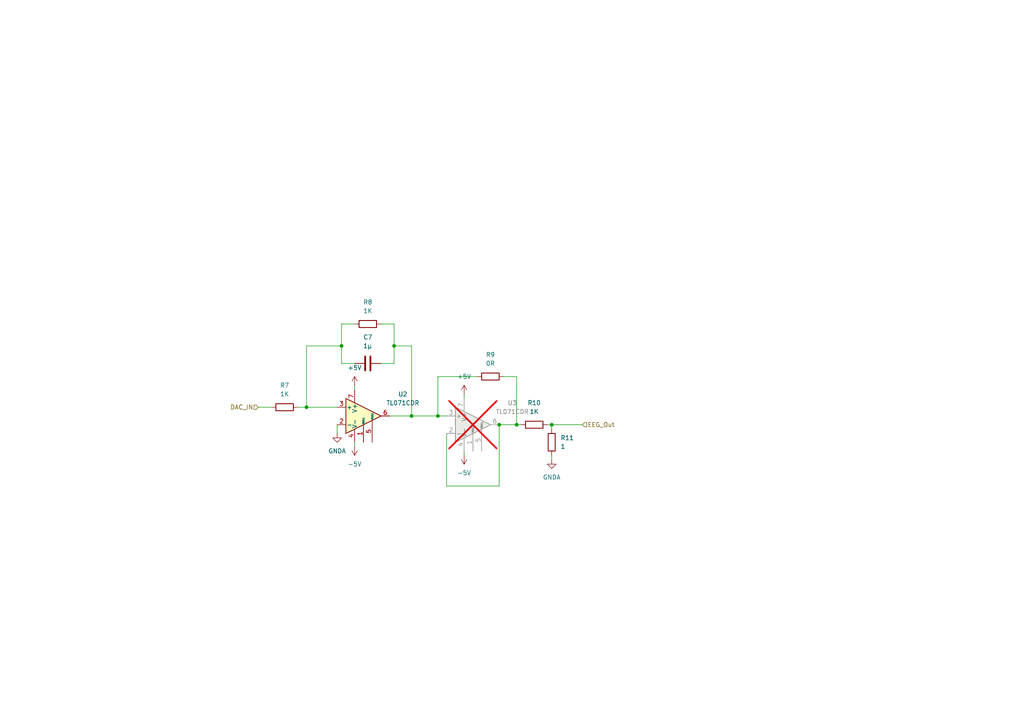
<source format=kicad_sch>
(kicad_sch (version 20231120) (generator "eeschema") (generator_version "8.0")
  (paper "A4")
  (lib_symbols
    (symbol "Amplifier_Operational:TL071" (pin_names (offset 0.127))
      (property "Reference" "U" (at 0 6.35 0))
      (property "Value" "TL071" (at 0 3.81 0))
      (symbol "TL071_0_1"
        (polyline (pts (xy -5.08 5.08) (xy 5.08 0) (xy -5.08 -5.08) (xy -5.08 5.08)) (stroke (width 0.254)) (fill (type background)))
      )
      (symbol "TL071_1_1"
        (pin input line (at 0 -7.62 90) (length 5.08) (name "NULL") (number "1"))
        (pin input line (at -7.62 -2.54 0) (length 2.54) (name "-") (number "2"))
        (pin input line (at -7.62 2.54 0) (length 2.54) (name "+") (number "3"))
        (pin power_in line (at -2.54 -7.62 90) (length 3.81) (name "V-") (number "4"))
        (pin input line (at 2.54 -7.62 90) (length 6.35) (name "NULL") (number "5"))
        (pin output line (at 7.62 0 180) (length 2.54) (name "~") (number "6"))
        (pin power_in line (at -2.54 7.62 270) (length 3.81) (name "V+") (number "7"))
        (pin no_connect line (at 0 2.54 270) (length 2.54) hide (name "NC") (number "8"))
      )
    )
    (symbol "Device:C" (pin_numbers hide) (pin_names (offset 0.254))
      (property "Reference" "C" (at 0.635 2.54 0))
      (property "Value" "C" (at 0.635 -2.54 0))
      (symbol "C_0_1"
        (polyline (pts (xy -2.032 -0.762) (xy 2.032 -0.762)) (stroke (width 0.508)))
        (polyline (pts (xy -2.032 0.762) (xy 2.032 0.762)) (stroke (width 0.508)))
      )
      (symbol "C_1_1"
        (pin passive line (at 0 3.81 270) (length 2.794) (name "~") (number "1"))
        (pin passive line (at 0 -3.81 90) (length 2.794) (name "~") (number "2"))
      )
    )
    (symbol "Device:R" (pin_numbers hide) (pin_names (offset 0))
      (property "Reference" "R" (at 2.032 0 90))
      (property "Value" "R" (at 0 0 90))
      (symbol "R_0_1"
        (rectangle (start -1.016 -2.54) (end 1.016 2.54) (stroke (width 0.254)))
      )
      (symbol "R_1_1"
        (pin passive line (at 0 3.81 270) (length 1.27) (name "~") (number "1"))
        (pin passive line (at 0 -3.81 90) (length 1.27) (name "~") (number "2"))
      )
    )
    (symbol "power:+5V" (power) (pin_numbers hide) (pin_names (offset 0) hide)
      (property "Value" "+5V" (at 0 3.556 0))
      (symbol "+5V_0_1"
        (polyline (pts (xy -0.762 1.27) (xy 0 2.54)))
        (polyline (pts (xy 0 0) (xy 0 2.54)))
        (polyline (pts (xy 0 2.54) (xy 0.762 1.27)))
      )
      (symbol "+5V_1_1"
        (pin power_in line (at 0 0 90) (length 0) (name "~") (number "1"))
      )
    )
    (symbol "power:GNDA" (power) (pin_numbers hide) (pin_names (offset 0) hide)
      (property "Value" "GNDA" (at 0 -3.81 0))
      (symbol "GNDA_0_1"
        (polyline (pts (xy 0 0) (xy 0 -1.27) (xy 1.27 -1.27) (xy 0 -2.54) (xy -1.27 -1.27) (xy 0 -1.27)))
      )
      (symbol "GNDA_1_1"
        (pin power_in line (at 0 0 270) (length 0) (name "~") (number "1"))
      )
    )
  )
  (junction (at 149.86 123.19))
  (junction (at 127 120.65))
  (junction (at 114.3 100.33))
  (junction (at 99.06 100.33))
  (junction (at 119.38 120.65))
  (junction (at 144.78 123.19))
  (junction (at 160.02 123.19))
  (junction (at 88.9 118.11))
  (wire (pts (xy 113.03 120.65) (xy 119.38 120.65)))
  (wire (pts (xy 99.06 93.98) (xy 102.87 93.98)))
  (wire (pts (xy 86.36 118.11) (xy 88.9 118.11)))
  (wire (pts (xy 160.02 132.08) (xy 160.02 133.35)))
  (wire (pts (xy 88.9 100.33) (xy 99.06 100.33)))
  (wire (pts (xy 134.62 114.3) (xy 134.62 115.57)))
  (wire (pts (xy 88.9 118.11) (xy 97.79 118.11)))
  (wire (pts (xy 102.87 129.54) (xy 102.87 128.27)))
  (wire (pts (xy 129.54 140.97) (xy 144.78 140.97)))
  (wire (pts (xy 99.06 100.33) (xy 99.06 105.41)))
  (wire (pts (xy 88.9 100.33) (xy 88.9 118.11)))
  (wire (pts (xy 97.79 125.73) (xy 97.79 123.19)))
  (wire (pts (xy 160.02 123.19) (xy 160.02 124.46)))
  (wire (pts (xy 119.38 120.65) (xy 119.38 100.33)))
  (wire (pts (xy 151.13 123.19) (xy 149.86 123.19)))
  (wire (pts (xy 144.78 140.97) (xy 144.78 123.19)))
  (wire (pts (xy 160.02 123.19) (xy 168.91 123.19)))
  (wire (pts (xy 74.93 118.11) (xy 78.74 118.11)))
  (wire (pts (xy 134.62 132.08) (xy 134.62 130.81)))
  (wire (pts (xy 99.06 105.41) (xy 102.87 105.41)))
  (wire (pts (xy 158.75 123.19) (xy 160.02 123.19)))
  (wire (pts (xy 149.86 123.19) (xy 144.78 123.19)))
  (wire (pts (xy 119.38 100.33) (xy 114.3 100.33)))
  (wire (pts (xy 114.3 100.33) (xy 114.3 105.41)))
  (wire (pts (xy 119.38 120.65) (xy 127 120.65)))
  (wire (pts (xy 102.87 111.76) (xy 102.87 113.03)))
  (wire (pts (xy 138.43 109.22) (xy 127 109.22)))
  (wire (pts (xy 110.49 93.98) (xy 114.3 93.98)))
  (wire (pts (xy 149.86 109.22) (xy 149.86 123.19)))
  (wire (pts (xy 114.3 93.98) (xy 114.3 100.33)))
  (wire (pts (xy 146.05 109.22) (xy 149.86 109.22)))
  (wire (pts (xy 99.06 93.98) (xy 99.06 100.33)))
  (wire (pts (xy 127 120.65) (xy 129.54 120.65)))
  (wire (pts (xy 129.54 125.73) (xy 129.54 140.97)))
  (wire (pts (xy 114.3 105.41) (xy 110.49 105.41)))
  (wire (pts (xy 127 109.22) (xy 127 120.65)))
  (hierarchical_label "EEG_Out" (shape input) (at 168.91 123.19 0))
  (hierarchical_label "DAC_IN" (shape input) (at 74.93 118.11 180))
  (symbol (lib_id "Device:C") (at 106.68 105.41 270) (unit 1)
    (property "Reference" "C7" (at 106.68 97.79 90))
    (property "Value" "1µ" (at 106.68 100.33 90))
    (property "Footprint" "Capacitor_SMD:C_0805_2012Metric_Pad1.18x1.45mm_HandSolder" (effects (hide yes)))
    (property "Description" "Unpolarized capacitor" (effects (hide yes)))
    (instances (project "EEG-Simulator-Platine" (path "" (reference "C7") (unit 1)) (path "" (reference "C8") (unit 1)) (path "" (reference "C9") (unit 1)) (path "" (reference "C10") (unit 1))))
  )
  (symbol (lib_id "power:GNDA") (at 97.79 125.73 0) (unit 1)
    (property "Reference" "#PWR030" (effects (hide yes)))
    (property "Value" "GNDA" (at 97.79 130.81 0))
    (property "Description" "Power symbol creates a global label with name \"GNDA\" , analog ground" (effects (hide yes)))
    (instances (project "EEG-Simulator-Platine" (path "" (reference "#PWR030") (unit 1)) (path "" (reference "#PWR032") (unit 1)) (path "" (reference "#PWR034") (unit 1)) (path "" (reference "#PWR036") (unit 1))))
  )
  (symbol (lib_id "Device:R") (at 154.94 123.19 90) (unit 1)
    (property "Reference" "R10" (at 154.94 116.84 90))
    (property "Value" "1K" (at 154.94 119.38 90))
    (property "Footprint" "Resistor_SMD:R_0805_2012Metric_Pad1.20x1.40mm_HandSolder" (effects (hide yes)))
    (property "Description" "Resistor" (effects (hide yes)))
    (instances (project "EEG-Simulator-Platine" (path "" (reference "R10") (unit 1)) (path "" (reference "R15") (unit 1)) (path "" (reference "R20") (unit 1)) (path "" (reference "R25") (unit 1))))
  )
  (symbol (lib_id "Device:R") (at 142.24 109.22 90) (unit 1)
    (property "Reference" "R9" (at 142.24 102.87 90))
    (property "Value" "0R" (at 142.24 105.41 90))
    (property "Footprint" "Resistor_SMD:R_0805_2012Metric_Pad1.20x1.40mm_HandSolder" (effects (hide yes)))
    (property "Description" "Resistor" (effects (hide yes)))
    (instances (project "EEG-Simulator-Platine" (path "" (reference "R9") (unit 1)) (path "" (reference "R14") (unit 1)) (path "" (reference "R19") (unit 1)) (path "" (reference "R24") (unit 1))))
  )
  (symbol (lib_id "power:GNDA") (at 160.02 133.35 0) (unit 1)
    (property "Reference" "#PWR031" (effects (hide yes)))
    (property "Value" "GNDA" (at 160.02 138.43 0))
    (property "Description" "Power symbol creates a global label with name \"GNDA\" , analog ground" (effects (hide yes)))
    (instances (project "EEG-Simulator-Platine" (path "" (reference "#PWR031") (unit 1)) (path "" (reference "#PWR033") (unit 1)) (path "" (reference "#PWR035") (unit 1)) (path "" (reference "#PWR037") (unit 1))))
  )
  (symbol (lib_id "power:+5V") (at 102.87 111.76 0) (unit 1)
    (property "Reference" "#PWR057" (effects (hide yes)))
    (property "Value" "+5V" (at 102.87 106.68 0))
    (property "Description" "Power symbol creates a global label with name \"+5V\"" (effects (hide yes)))
    (instances (project "EEG-Simulator-Platine" (path "" (reference "#PWR057") (unit 1)) (path "" (reference "#PWR059") (unit 1)) (path "" (reference "#PWR061") (unit 1)) (path "" (reference "#PWR063") (unit 1))))
  )
  (symbol (lib_id "Amplifier_Operational:TL071") (at 105.41 120.65 0) (unit 1)
    (property "Reference" "U2" (at 116.84 114.3314 0))
    (property "Value" "TL071CDR" (at 116.84 116.8714 0))
    (property "Footprint" "SOIC:SOIC-8_4_5.3_combo_P1.27mm" (effects (hide yes)))
    (property "Datasheet" "http://www.ti.com/lit/ds/symlink/tl071.pdf" (effects (hide yes)))
    (property "Description" "Single Low-Noise JFET-Input Operational Amplifiers, DIP-8/SOIC-8" (effects (hide yes)))
    (instances (project "" (path "" (reference "U2") (unit 1)) (path "" (reference "U4") (unit 1)) (path "" (reference "U6") (unit 1)) (path "" (reference "U8") (unit 1))))
  )
  (symbol (lib_id "Amplifier_Operational:TL071") (at 137.16 123.19 0) (unit 1) (dnp yes)
    (property "Reference" "U3" (at 148.59 116.8714 0))
    (property "Value" "TL071CDR" (at 148.59 119.4114 0))
    (property "Footprint" "SOIC:SOIC-8_4_5.3_combo_P1.27mm" (effects (hide yes)))
    (property "Datasheet" "http://www.ti.com/lit/ds/symlink/tl071.pdf" (effects (hide yes)))
    (property "Description" "Single Low-Noise JFET-Input Operational Amplifiers, DIP-8/SOIC-8" (effects (hide yes)))
    (instances (project "EEG-Simulator-Platine" (path "" (reference "U3") (unit 1)) (path "" (reference "U5") (unit 1)) (path "" (reference "U7") (unit 1)) (path "" (reference "U9") (unit 1))))
  )
  (symbol (lib_id "Device:R") (at 160.02 128.27 0) (unit 1)
    (property "Reference" "R11" (at 162.56 126.9999 0) (effects (justify left)))
    (property "Value" "1" (at 162.56 129.5399 0) (effects (justify left)))
    (property "Footprint" "Resistor_SMD:R_0805_2012Metric_Pad1.20x1.40mm_HandSolder" (effects (hide yes)))
    (property "Description" "Resistor" (effects (hide yes)))
    (instances (project "EEG-Simulator-Platine" (path "" (reference "R11") (unit 1)) (path "" (reference "R16") (unit 1)) (path "" (reference "R21") (unit 1)) (path "" (reference "R26") (unit 1))))
  )
  (symbol (lib_id "power:+5V") (at 102.87 129.54 180) (unit 1)
    (property "Reference" "#PWRe0101" (effects (hide yes)))
    (property "Value" "-5V" (at 102.87 134.62 0))
    (property "Description" "Power symbol creates a global label with name \"+5V\"" (effects (hide yes)))
    (instances (project "EEG-Simulator-Platine" (path "" (reference "#PWRe0101") (unit 1)) (path "" (reference "#PWR067") (unit 1)) (path "" (reference "#PWR069") (unit 1)) (path "" (reference "#PWR071") (unit 1))))
  )
  (symbol (lib_id "Device:R") (at 106.68 93.98 90) (unit 1)
    (property "Reference" "R8" (at 106.68 87.63 90))
    (property "Value" "1K" (at 106.68 90.17 90))
    (property "Footprint" "Resistor_SMD:R_0805_2012Metric_Pad1.20x1.40mm_HandSolder" (effects (hide yes)))
    (property "Description" "Resistor" (effects (hide yes)))
    (instances (project "EEG-Simulator-Platine" (path "" (reference "R8") (unit 1)) (path "" (reference "R13") (unit 1)) (path "" (reference "R18") (unit 1)) (path "" (reference "R23") (unit 1))))
  )
  (symbol (lib_id "Device:R") (at 82.55 118.11 90) (unit 1)
    (property "Reference" "R7" (at 82.55 111.76 90))
    (property "Value" "1K" (at 82.55 114.3 90))
    (property "Footprint" "Resistor_SMD:R_0805_2012Metric_Pad1.20x1.40mm_HandSolder" (effects (hide yes)))
    (property "Description" "Resistor" (effects (hide yes)))
    (instances (project "EEG-Simulator-Platine" (path "" (reference "R7") (unit 1)) (path "" (reference "R12") (unit 1)) (path "" (reference "R17") (unit 1)) (path "" (reference "R22") (unit 1))))
  )
  (symbol (lib_id "power:+5V") (at 134.62 132.08 180) (unit 1)
    (property "Reference" "#PWRe01" (effects (hide yes)))
    (property "Value" "-5V" (at 134.62 137.16 0))
    (property "Description" "Power symbol creates a global label with name \"+5V\"" (effects (hide yes)))
    (instances (project "EEG-Simulator-Platine" (path "" (reference "#PWRe01") (unit 1)) (path "" (reference "#PWRe02") (unit 1)) (path "" (reference "#PWRe03") (unit 1)) (path "" (reference "#PWRe04") (unit 1))))
  )
  (symbol (lib_id "power:+5V") (at 134.62 114.3 0) (unit 1)
    (property "Reference" "#PWR065" (effects (hide yes)))
    (property "Value" "+5V" (at 134.62 109.22 0))
    (property "Description" "Power symbol creates a global label with name \"+5V\"" (effects (hide yes)))
    (instances (project "EEG-Simulator-Platine" (path "" (reference "#PWR065") (unit 1)) (path "" (reference "#PWR073") (unit 1)) (path "" (reference "#PWR074") (unit 1)) (path "" (reference "#PWR075") (unit 1))))
  )
)
</source>
